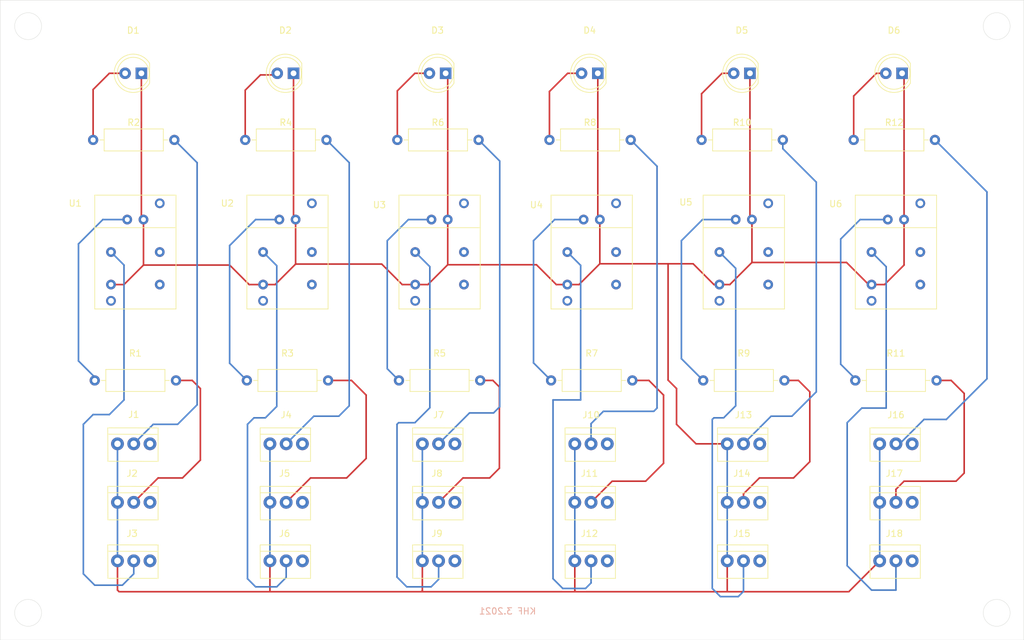
<source format=kicad_pcb>
(kicad_pcb (version 20221018) (generator pcbnew)
  (layers (0 "F.Cu" signal) (31 "B.Cu" signal) (34 "B.Paste" user) (35 "F.Paste" user) (36 "B.SilkS" user "B.Silkscreen") (37 "F.SilkS" user "F.Silkscreen") (38 "B.Mask" user) (39 "F.Mask" user) (44 "Edge.Cuts" user))
  (net 0 "")
  (net 1 "Net-(D1-Pad2)")
  (net 2 "Net-(D1-Pad1)")
  (net 3 "Net-(D2-Pad2)")
  (net 4 "Net-(D3-Pad2)")
  (net 5 "Net-(D4-Pad2)")
  (net 6 "Net-(D5-Pad2)")
  (net 7 "Net-(D6-Pad2)")
  (net 8 "Net-(J1-Pad3)")
  (net 9 "Net-(J1-Pad2)")
  (net 10 "Net-(J2-Pad3)")
  (net 11 "Net-(J2-Pad2)")
  (net 12 "Net-(J3-Pad3)")
  (net 13 "Net-(J3-Pad2)")
  (net 14 "Net-(J4-Pad2)")
  (net 15 "Net-(J4-Pad3)")
  (net 16 "Net-(J5-Pad2)")
  (net 17 "Net-(J5-Pad3)")
  (net 18 "Net-(J6-Pad3)")
  (net 19 "Net-(J6-Pad2)")
  (net 20 "Net-(J7-Pad3)")
  (net 21 "Net-(J7-Pad2)")
  (net 22 "Net-(J8-Pad3)")
  (net 23 "Net-(J8-Pad2)")
  (net 24 "Net-(J9-Pad2)")
  (net 25 "Net-(J9-Pad3)")
  (net 26 "Net-(J10-Pad2)")
  (net 27 "Net-(J10-Pad3)")
  (net 28 "Net-(J11-Pad2)")
  (net 29 "Net-(J11-Pad3)")
  (net 30 "Net-(J12-Pad3)")
  (net 31 "Net-(J12-Pad2)")
  (net 32 "Net-(J13-Pad3)")
  (net 33 "Net-(J13-Pad2)")
  (net 34 "Net-(J14-Pad2)")
  (net 35 "Net-(J14-Pad3)")
  (net 36 "Net-(J15-Pad2)")
  (net 37 "Net-(J15-Pad3)")
  (net 38 "Net-(J16-Pad2)")
  (net 39 "Net-(J16-Pad3)")
  (net 40 "Net-(J17-Pad2)")
  (net 41 "Net-(J17-Pad3)")
  (net 42 "Net-(J18-Pad3)")
  (net 43 "Net-(J18-Pad2)")
  (net 44 "Net-(R1-Pad1)")
  (net 45 "Net-(R3-Pad1)")
  (net 46 "Net-(R5-Pad1)")
  (net 47 "Net-(R7-Pad1)")
  (net 48 "Net-(R9-Pad1)")
  (net 49 "Net-(R11-Pad1)")
  (net 50 "Net-(U1-Pad4)")
  (net 51 "Net-(U1-Pad6)")
  (net 52 "Net-(U2-Pad6)")
  (net 53 "Net-(U2-Pad4)")
  (net 54 "Net-(U3-Pad4)")
  (net 55 "Net-(U3-Pad6)")
  (net 56 "Net-(U4-Pad6)")
  (net 57 "Net-(U4-Pad4)")
  (net 58 "Net-(U5-Pad4)")
  (net 59 "Net-(U5-Pad6)")
  (net 60 "Net-(U6-Pad6)")
  (net 61 "Net-(U6-Pad4)")
  (footprint "LED_THT:LED_D5.0mm" (layer "F.Cu") (at 122.098571 57.912 180)
    (fp_text reference "D1" (at 1.27 6.708) (layer "F.SilkS"))
    (fp_text value "LED")
    (pad "1" thru_hole rect (at 0 0 180) (size 1.8 1.8) (drill 0.9) (layers "*.Cu" "*.Mask") (net 2 "Net-(D1-Pad1)"))
    (pad "2" thru_hole circle (at 2.54 0 180) (size 1.8 1.8) (drill 0.9) (layers "*.Cu" "*.Mask") (net 1 "Net-(D1-Pad2)"))
  )
  (footprint "LED_THT:LED_D5.0mm" (layer "F.Cu") (at 145.877142 57.912 180)
    (fp_text reference "D2" (at 1.27 6.708) (layer "F.SilkS"))
    (fp_text value "LED")
    (pad "1" thru_hole rect (at 0 0 180) (size 1.8 1.8) (drill 0.9) (layers "*.Cu" "*.Mask") (net 2 "Net-(D1-Pad1)"))
    (pad "2" thru_hole circle (at 2.54 0 180) (size 1.8 1.8) (drill 0.9) (layers "*.Cu" "*.Mask") (net 3 "Net-(D2-Pad2)"))
  )
  (footprint "LED_THT:LED_D5.0mm" (layer "F.Cu") (at 169.655713 57.912 180)
    (fp_text reference "D3" (at 1.27 6.708) (layer "F.SilkS"))
    (fp_text value "LED")
    (pad "1" thru_hole rect (at 0 0 180) (size 1.8 1.8) (drill 0.9) (layers "*.Cu" "*.Mask") (net 2 "Net-(D1-Pad1)"))
    (pad "2" thru_hole circle (at 2.54 0 180) (size 1.8 1.8) (drill 0.9) (layers "*.Cu" "*.Mask") (net 4 "Net-(D3-Pad2)"))
  )
  (footprint "LED_THT:LED_D5.0mm" (layer "F.Cu") (at 193.434284 57.912 180)
    (fp_text reference "D4" (at 1.27 6.708) (layer "F.SilkS"))
    (fp_text value "LED")
    (pad "1" thru_hole rect (at 0 0 180) (size 1.8 1.8) (drill 0.9) (layers "*.Cu" "*.Mask") (net 2 "Net-(D1-Pad1)"))
    (pad "2" thru_hole circle (at 2.54 0 180) (size 1.8 1.8) (drill 0.9) (layers "*.Cu" "*.Mask") (net 5 "Net-(D4-Pad2)"))
  )
  (footprint "LED_THT:LED_D5.0mm" (layer "F.Cu") (at 217.212855 57.912 180)
    (fp_text reference "D5" (at 1.27 6.708) (layer "F.SilkS"))
    (fp_text value "LED")
    (pad "1" thru_hole rect (at 0 0 180) (size 1.8 1.8) (drill 0.9) (layers "*.Cu" "*.Mask") (net 2 "Net-(D1-Pad1)"))
    (pad "2" thru_hole circle (at 2.54 0 180) (size 1.8 1.8) (drill 0.9) (layers "*.Cu" "*.Mask") (net 6 "Net-(D5-Pad2)"))
  )
  (footprint "LED_THT:LED_D5.0mm" (layer "F.Cu") (at 240.991426 57.912 180)
    (fp_text reference "D6" (at 1.27 6.708) (layer "F.SilkS"))
    (fp_text value "LED")
    (pad "1" thru_hole rect (at 0 0 180) (size 1.8 1.8) (drill 0.9) (layers "*.Cu" "*.Mask") (net 2 "Net-(D1-Pad1)"))
    (pad "2" thru_hole circle (at 2.54 0 180) (size 1.8 1.8) (drill 0.9) (layers "*.Cu" "*.Mask") (net 7 "Net-(D6-Pad2)"))
  )
  (footprint "!Goody:PL-Stecker3pol" (layer "F.Cu") (at 118.364 115.824)
    (fp_text reference "J1" (at 2.54 -4.572) (layer "F.SilkS"))
    (fp_text value "PL-Stecker_3pol" hide)
    (pad "1" thru_hole circle (at 0 0) (size 2 2) (drill 1) (layers "*.Cu" "*.Mask") (net 2 "Net-(D1-Pad1)"))
    (pad "2" thru_hole circle (at 2.54 0) (size 2 2) (drill 1) (layers "*.Cu" "*.Mask") (net 9 "Net-(J1-Pad2)"))
    (pad "3" thru_hole circle (at 5.08 0) (size 2 2) (drill 1) (layers "*.Cu" "*.Mask") (net 8 "Net-(J1-Pad3)"))
  )
  (footprint "!Goody:PL-Stecker3pol" (layer "F.Cu") (at 118.364 124.968)
    (fp_text reference "J2" (at 2.286 -4.516) (layer "F.SilkS"))
    (fp_text value "PL-Stecker_3pol" hide)
    (pad "1" thru_hole circle (at 0 0) (size 2 2) (drill 1) (layers "*.Cu" "*.Mask") (net 2 "Net-(D1-Pad1)"))
    (pad "2" thru_hole circle (at 2.54 0) (size 2 2) (drill 1) (layers "*.Cu" "*.Mask") (net 11 "Net-(J2-Pad2)"))
    (pad "3" thru_hole circle (at 5.08 0) (size 2 2) (drill 1) (layers "*.Cu" "*.Mask") (net 10 "Net-(J2-Pad3)"))
  )
  (footprint "!Goody:PL-Stecker3pol" (layer "F.Cu") (at 118.364 134.112)
    (fp_text reference "J3" (at 2.286 -4.262) (layer "F.SilkS"))
    (fp_text value "PL-Stecker_3pol" hide)
    (pad "1" thru_hole circle (at 0 0) (size 2 2) (drill 1) (layers "*.Cu" "*.Mask") (net 2 "Net-(D1-Pad1)"))
    (pad "2" thru_hole circle (at 2.54 0) (size 2 2) (drill 1) (layers "*.Cu" "*.Mask") (net 13 "Net-(J3-Pad2)"))
    (pad "3" thru_hole circle (at 5.08 0) (size 2 2) (drill 1) (layers "*.Cu" "*.Mask") (net 12 "Net-(J3-Pad3)"))
  )
  (footprint "!Goody:PL-Stecker3pol" (layer "F.Cu") (at 142.1892 115.824)
    (fp_text reference "J4" (at 2.54 -4.516) (layer "F.SilkS"))
    (fp_text value "PL-Stecker_3pol" hide)
    (pad "1" thru_hole circle (at 0 0) (size 2 2) (drill 1) (layers "*.Cu" "*.Mask") (net 2 "Net-(D1-Pad1)"))
    (pad "2" thru_hole circle (at 2.54 0) (size 2 2) (drill 1) (layers "*.Cu" "*.Mask") (net 14 "Net-(J4-Pad2)"))
    (pad "3" thru_hole circle (at 5.08 0) (size 2 2) (drill 1) (layers "*.Cu" "*.Mask") (net 15 "Net-(J4-Pad3)"))
  )
  (footprint "!Goody:PL-Stecker3pol" (layer "F.Cu") (at 142.1892 124.968)
    (fp_text reference "J5" (at 2.286 -4.516) (layer "F.SilkS"))
    (fp_text value "PL-Stecker_3pol" hide)
    (pad "1" thru_hole circle (at 0 0) (size 2 2) (drill 1) (layers "*.Cu" "*.Mask") (net 2 "Net-(D1-Pad1)"))
    (pad "2" thru_hole circle (at 2.54 0) (size 2 2) (drill 1) (layers "*.Cu" "*.Mask") (net 16 "Net-(J5-Pad2)"))
    (pad "3" thru_hole circle (at 5.08 0) (size 2 2) (drill 1) (layers "*.Cu" "*.Mask") (net 17 "Net-(J5-Pad3)"))
  )
  (footprint "!Goody:PL-Stecker3pol" (layer "F.Cu") (at 142.1892 134.112)
    (fp_text reference "J6" (at 2.286 -4.262) (layer "F.SilkS"))
    (fp_text value "PL-Stecker_3pol" hide)
    (pad "1" thru_hole circle (at 0 0) (size 2 2) (drill 1) (layers "*.Cu" "*.Mask") (net 2 "Net-(D1-Pad1)"))
    (pad "2" thru_hole circle (at 2.54 0) (size 2 2) (drill 1) (layers "*.Cu" "*.Mask") (net 19 "Net-(J6-Pad2)"))
    (pad "3" thru_hole circle (at 5.08 0) (size 2 2) (drill 1) (layers "*.Cu" "*.Mask") (net 18 "Net-(J6-Pad3)"))
  )
  (footprint "!Goody:PL-Stecker3pol" (layer "F.Cu") (at 166.0144 115.824)
    (fp_text reference "J7" (at 2.54 -4.516) (layer "F.SilkS"))
    (fp_text value "PL-Stecker_3pol" hide)
    (pad "1" thru_hole circle (at 0 0) (size 2 2) (drill 1) (layers "*.Cu" "*.Mask") (net 2 "Net-(D1-Pad1)"))
    (pad "2" thru_hole circle (at 2.54 0) (size 2 2) (drill 1) (layers "*.Cu" "*.Mask") (net 21 "Net-(J7-Pad2)"))
    (pad "3" thru_hole circle (at 5.08 0) (size 2 2) (drill 1) (layers "*.Cu" "*.Mask") (net 20 "Net-(J7-Pad3)"))
  )
  (footprint "!Goody:PL-Stecker3pol" (layer "F.Cu") (at 166.0144 124.968)
    (fp_text reference "J8" (at 2.286 -4.516) (layer "F.SilkS"))
    (fp_text value "PL-Stecker_3pol" hide)
    (pad "1" thru_hole circle (at 0 0) (size 2 2) (drill 1) (layers "*.Cu" "*.Mask") (net 2 "Net-(D1-Pad1)"))
    (pad "2" thru_hole circle (at 2.54 0) (size 2 2) (drill 1) (layers "*.Cu" "*.Mask") (net 23 "Net-(J8-Pad2)"))
    (pad "3" thru_hole circle (at 5.08 0) (size 2 2) (drill 1) (layers "*.Cu" "*.Mask") (net 22 "Net-(J8-Pad3)"))
  )
  (footprint "!Goody:PL-Stecker3pol" (layer "F.Cu") (at 166.0144 134.112)
    (fp_text reference "J9" (at 2.286 -4.262) (layer "F.SilkS"))
    (fp_text value "PL-Stecker_3pol" hide)
    (pad "1" thru_hole circle (at 0 0) (size 2 2) (drill 1) (layers "*.Cu" "*.Mask") (net 2 "Net-(D1-Pad1)"))
    (pad "2" thru_hole circle (at 2.54 0) (size 2 2) (drill 1) (layers "*.Cu" "*.Mask") (net 24 "Net-(J9-Pad2)"))
    (pad "3" thru_hole circle (at 5.08 0) (size 2 2) (drill 1) (layers "*.Cu" "*.Mask") (net 25 "Net-(J9-Pad3)"))
  )
  (footprint "!Goody:PL-Stecker3pol" (layer "F.Cu") (at 189.8396 115.824)
    (fp_text reference "J10" (at 2.54 -4.516) (layer "F.SilkS"))
    (fp_text value "PL-Stecker_3pol" hide)
    (pad "1" thru_hole circle (at 0 0) (size 2 2) (drill 1) (layers "*.Cu" "*.Mask") (net 2 "Net-(D1-Pad1)"))
    (pad "2" thru_hole circle (at 2.54 0) (size 2 2) (drill 1) (layers "*.Cu" "*.Mask") (net 26 "Net-(J10-Pad2)"))
    (pad "3" thru_hole circle (at 5.08 0) (size 2 2) (drill 1) (layers "*.Cu" "*.Mask") (net 27 "Net-(J10-Pad3)"))
  )
  (footprint "!Goody:PL-Stecker3pol" (layer "F.Cu") (at 189.8396 124.968)
    (fp_text reference "J11" (at 2.286 -4.516) (layer "F.SilkS"))
    (fp_text value "PL-Stecker_3pol" hide)
    (pad "1" thru_hole circle (at 0 0) (size 2 2) (drill 1) (layers "*.Cu" "*.Mask") (net 2 "Net-(D1-Pad1)"))
    (pad "2" thru_hole circle (at 2.54 0) (size 2 2) (drill 1) (layers "*.Cu" "*.Mask") (net 28 "Net-(J11-Pad2)"))
    (pad "3" thru_hole circle (at 5.08 0) (size 2 2) (drill 1) (layers "*.Cu" "*.Mask") (net 29 "Net-(J11-Pad3)"))
  )
  (footprint "!Goody:PL-Stecker3pol" (layer "F.Cu") (at 189.8396 134.112)
    (fp_text reference "J12" (at 2.286 -4.262) (layer "F.SilkS"))
    (fp_text value "PL-Stecker_3pol" hide)
    (pad "1" thru_hole circle (at 0 0) (size 2 2) (drill 1) (layers "*.Cu" "*.Mask") (net 2 "Net-(D1-Pad1)"))
    (pad "2" thru_hole circle (at 2.54 0) (size 2 2) (drill 1) (layers "*.Cu" "*.Mask") (net 31 "Net-(J12-Pad2)"))
    (pad "3" thru_hole circle (at 5.08 0) (size 2 2) (drill 1) (layers "*.Cu" "*.Mask") (net 30 "Net-(J12-Pad3)"))
  )
  (footprint "!Goody:PL-Stecker3pol" (layer "F.Cu") (at 213.6648 115.824)
    (fp_text reference "J13" (at 2.54 -4.516) (layer "F.SilkS"))
    (fp_text value "PL-Stecker_3pol" hide)
    (pad "1" thru_hole circle (at 0 0) (size 2 2) (drill 1) (layers "*.Cu" "*.Mask") (net 2 "Net-(D1-Pad1)"))
    (pad "2" thru_hole circle (at 2.54 0) (size 2 2) (drill 1) (layers "*.Cu" "*.Mask") (net 33 "Net-(J13-Pad2)"))
    (pad "3" thru_hole circle (at 5.08 0) (size 2 2) (drill 1) (layers "*.Cu" "*.Mask") (net 32 "Net-(J13-Pad3)"))
  )
  (footprint "!Goody:PL-Stecker3pol" (layer "F.Cu") (at 213.6648 124.968)
    (fp_text reference "J14" (at 2.286 -4.516) (layer "F.SilkS"))
    (fp_text value "PL-Stecker_3pol" hide)
    (pad "1" thru_hole circle (at 0 0) (size 2 2) (drill 1) (layers "*.Cu" "*.Mask") (net 2 "Net-(D1-Pad1)"))
    (pad "2" thru_hole circle (at 2.54 0) (size 2 2) (drill 1) (layers "*.Cu" "*.Mask") (net 34 "Net-(J14-Pad2)"))
    (pad "3" thru_hole circle (at 5.08 0) (size 2 2) (drill 1) (layers "*.Cu" "*.Mask") (net 35 "Net-(J14-Pad3)"))
  )
  (footprint "!Goody:PL-Stecker3pol" (layer "F.Cu") (at 213.6648 134.112)
    (fp_text reference "J15" (at 2.286 -4.262) (layer "F.SilkS"))
    (fp_text value "PL-Stecker_3pol" hide)
    (pad "1" thru_hole circle (at 0 0) (size 2 2) (drill 1) (layers "*.Cu" "*.Mask") (net 2 "Net-(D1-Pad1)"))
    (pad "2" thru_hole circle (at 2.54 0) (size 2 2) (drill 1) (layers "*.Cu" "*.Mask") (net 36 "Net-(J15-Pad2)"))
    (pad "3" thru_hole circle (at 5.08 0) (size 2 2) (drill 1) (layers "*.Cu" "*.Mask") (net 37 "Net-(J15-Pad3)"))
  )
  (footprint "!Goody:PL-Stecker3pol" (layer "F.Cu") (at 237.49 115.824)
    (fp_text reference "J16" (at 2.54 -4.516) (layer "F.SilkS"))
    (fp_text value "PL-Stecker_3pol" hide)
    (pad "1" thru_hole circle (at 0 0) (size 2 2) (drill 1) (layers "*.Cu" "*.Mask") (net 2 "Net-(D1-Pad1)"))
    (pad "2" thru_hole circle (at 2.54 0) (size 2 2) (drill 1) (layers "*.Cu" "*.Mask") (net 38 "Net-(J16-Pad2)"))
    (pad "3" thru_hole circle (at 5.08 0) (size 2 2) (drill 1) (layers "*.Cu" "*.Mask") (net 39 "Net-(J16-Pad3)"))
  )
  (footprint "!Goody:PL-Stecker3pol" (layer "F.Cu") (at 237.49 124.968)
    (fp_text reference "J17" (at 2.286 -4.516) (layer "F.SilkS"))
    (fp_text value "PL-Stecker_3pol" hide)
    (pad "1" thru_hole circle (at 0 0) (size 2 2) (drill 1) (layers "*.Cu" "*.Mask") (net 2 "Net-(D1-Pad1)"))
    (pad "2" thru_hole circle (at 2.54 0) (size 2 2) (drill 1) (layers "*.Cu" "*.Mask") (net 40 "Net-(J17-Pad2)"))
    (pad "3" thru_hole circle (at 5.08 0) (size 2 2) (drill 1) (layers "*.Cu" "*.Mask") (net 41 "Net-(J17-Pad3)"))
  )
  (footprint "!Goody:PL-Stecker3pol" (layer "F.Cu") (at 237.49 134.112)
    (fp_text reference "J18" (at 2.286 -4.262) (layer "F.SilkS"))
    (fp_text value "PL-Stecker_3pol" hide)
    (pad "1" thru_hole circle (at 0 0) (size 2 2) (drill 1) (layers "*.Cu" "*.Mask") (net 2 "Net-(D1-Pad1)"))
    (pad "2" thru_hole circle (at 2.54 0) (size 2 2) (drill 1) (layers "*.Cu" "*.Mask") (net 43 "Net-(J18-Pad2)"))
    (pad "3" thru_hole circle (at 5.08 0) (size 2 2) (drill 1) (layers "*.Cu" "*.Mask") (net 42 "Net-(J18-Pad3)"))
  )
  (footprint "Resistor_THT:R_Axial_DIN0309_L9.0mm_D3.2mm_P12.70mm_Horizontal" (layer "F.Cu") (at 114.808 105.918)
    (fp_text reference "R1" (at 6.35 -4.244) (layer "F.SilkS"))
    (fp_text value "R")
    (pad "1" thru_hole circle (at 0 0) (size 1.6 1.6) (drill 0.8) (layers "*.Cu" "*.Mask") (net 44 "Net-(R1-Pad1)"))
    (pad "2" thru_hole oval (at 12.7 0) (size 1.6 1.6) (drill 0.8) (layers "*.Cu" "*.Mask") (net 11 "Net-(J2-Pad2)"))
  )
  (footprint "Resistor_THT:R_Axial_DIN0309_L9.0mm_D3.2mm_P12.70mm_Horizontal" (layer "F.Cu") (at 114.554 68.326)
    (fp_text reference "R2" (at 6.35 -2.72) (layer "F.SilkS"))
    (fp_text value "R")
    (pad "1" thru_hole circle (at 0 0) (size 1.6 1.6) (drill 0.8) (layers "*.Cu" "*.Mask") (net 1 "Net-(D1-Pad2)"))
    (pad "2" thru_hole oval (at 12.7 0) (size 1.6 1.6) (drill 0.8) (layers "*.Cu" "*.Mask") (net 9 "Net-(J1-Pad2)"))
  )
  (footprint "Resistor_THT:R_Axial_DIN0309_L9.0mm_D3.2mm_P12.70mm_Horizontal" (layer "F.Cu") (at 138.5824 105.918)
    (fp_text reference "R3" (at 6.35 -4.244) (layer "F.SilkS"))
    (fp_text value "R")
    (pad "1" thru_hole circle (at 0 0) (size 1.6 1.6) (drill 0.8) (layers "*.Cu" "*.Mask") (net 45 "Net-(R3-Pad1)"))
    (pad "2" thru_hole oval (at 12.7 0) (size 1.6 1.6) (drill 0.8) (layers "*.Cu" "*.Mask") (net 16 "Net-(J5-Pad2)"))
  )
  (footprint "Resistor_THT:R_Axial_DIN0309_L9.0mm_D3.2mm_P12.70mm_Horizontal" (layer "F.Cu") (at 138.3284 68.326)
    (fp_text reference "R4" (at 6.35 -2.72) (layer "F.SilkS"))
    (fp_text value "R")
    (pad "1" thru_hole circle (at 0 0) (size 1.6 1.6) (drill 0.8) (layers "*.Cu" "*.Mask") (net 3 "Net-(D2-Pad2)"))
    (pad "2" thru_hole oval (at 12.7 0) (size 1.6 1.6) (drill 0.8) (layers "*.Cu" "*.Mask") (net 14 "Net-(J4-Pad2)"))
  )
  (footprint "Resistor_THT:R_Axial_DIN0309_L9.0mm_D3.2mm_P12.70mm_Horizontal" (layer "F.Cu") (at 162.3568 105.918)
    (fp_text reference "R5" (at 6.35 -4.244) (layer "F.SilkS"))
    (fp_text value "R")
    (pad "1" thru_hole circle (at 0 0) (size 1.6 1.6) (drill 0.8) (layers "*.Cu" "*.Mask") (net 46 "Net-(R5-Pad1)"))
    (pad "2" thru_hole oval (at 12.7 0) (size 1.6 1.6) (drill 0.8) (layers "*.Cu" "*.Mask") (net 23 "Net-(J8-Pad2)"))
  )
  (footprint "Resistor_THT:R_Axial_DIN0309_L9.0mm_D3.2mm_P12.70mm_Horizontal" (layer "F.Cu") (at 162.1028 68.326)
    (fp_text reference "R6" (at 6.35 -2.72) (layer "F.SilkS"))
    (fp_text value "R")
    (pad "1" thru_hole circle (at 0 0) (size 1.6 1.6) (drill 0.8) (layers "*.Cu" "*.Mask") (net 4 "Net-(D3-Pad2)"))
    (pad "2" thru_hole oval (at 12.7 0) (size 1.6 1.6) (drill 0.8) (layers "*.Cu" "*.Mask") (net 21 "Net-(J7-Pad2)"))
  )
  (footprint "Resistor_THT:R_Axial_DIN0309_L9.0mm_D3.2mm_P12.70mm_Horizontal" (layer "F.Cu") (at 186.1312 105.918)
    (fp_text reference "R7" (at 6.35 -4.244) (layer "F.SilkS"))
    (fp_text value "R")
    (pad "1" thru_hole circle (at 0 0) (size 1.6 1.6) (drill 0.8) (layers "*.Cu" "*.Mask") (net 47 "Net-(R7-Pad1)"))
    (pad "2" thru_hole oval (at 12.7 0) (size 1.6 1.6) (drill 0.8) (layers "*.Cu" "*.Mask") (net 28 "Net-(J11-Pad2)"))
  )
  (footprint "Resistor_THT:R_Axial_DIN0309_L9.0mm_D3.2mm_P12.70mm_Horizontal" (layer "F.Cu") (at 185.8772 68.326)
    (fp_text reference "R8" (at 6.35 -2.72) (layer "F.SilkS"))
    (fp_text value "R")
    (pad "1" thru_hole circle (at 0 0) (size 1.6 1.6) (drill 0.8) (layers "*.Cu" "*.Mask") (net 5 "Net-(D4-Pad2)"))
    (pad "2" thru_hole oval (at 12.7 0) (size 1.6 1.6) (drill 0.8) (layers "*.Cu" "*.Mask") (net 26 "Net-(J10-Pad2)"))
  )
  (footprint "Resistor_THT:R_Axial_DIN0309_L9.0mm_D3.2mm_P12.70mm_Horizontal" (layer "F.Cu") (at 209.9056 105.918)
    (fp_text reference "R9" (at 6.35 -4.244) (layer "F.SilkS"))
    (fp_text value "R")
    (pad "1" thru_hole circle (at 0 0) (size 1.6 1.6) (drill 0.8) (layers "*.Cu" "*.Mask") (net 48 "Net-(R9-Pad1)"))
    (pad "2" thru_hole oval (at 12.7 0) (size 1.6 1.6) (drill 0.8) (layers "*.Cu" "*.Mask") (net 34 "Net-(J14-Pad2)"))
  )
  (footprint "Resistor_THT:R_Axial_DIN0309_L9.0mm_D3.2mm_P12.70mm_Horizontal" (layer "F.Cu") (at 209.6516 68.326)
    (fp_text reference "R10" (at 6.35 -2.72) (layer "F.SilkS"))
    (fp_text value "R")
    (pad "1" thru_hole circle (at 0 0) (size 1.6 1.6) (drill 0.8) (layers "*.Cu" "*.Mask") (net 6 "Net-(D5-Pad2)"))
    (pad "2" thru_hole oval (at 12.7 0) (size 1.6 1.6) (drill 0.8) (layers "*.Cu" "*.Mask") (net 33 "Net-(J13-Pad2)"))
  )
  (footprint "Resistor_THT:R_Axial_DIN0309_L9.0mm_D3.2mm_P12.70mm_Horizontal" (layer "F.Cu") (at 233.68 105.918)
    (fp_text reference "R11" (at 6.35 -4.244) (layer "F.SilkS"))
    (fp_text value "R")
    (pad "1" thru_hole circle (at 0 0) (size 1.6 1.6) (drill 0.8) (layers "*.Cu" "*.Mask") (net 49 "Net-(R11-Pad1)"))
    (pad "2" thru_hole oval (at 12.7 0) (size 1.6 1.6) (drill 0.8) (layers "*.Cu" "*.Mask") (net 40 "Net-(J17-Pad2)"))
  )
  (footprint "Resistor_THT:R_Axial_DIN0309_L9.0mm_D3.2mm_P12.70mm_Horizontal" (layer "F.Cu") (at 233.426 68.326)
    (fp_text reference "R12" (at 6.35 -2.72) (layer "F.SilkS"))
    (fp_text value "R")
    (pad "1" thru_hole circle (at 0 0) (size 1.6 1.6) (drill 0.8) (layers "*.Cu" "*.Mask") (net 7 "Net-(D6-Pad2)"))
    (pad "2" thru_hole oval (at 12.7 0) (size 1.6 1.6) (drill 0.8) (layers "*.Cu" "*.Mask") (net 38 "Net-(J16-Pad2)"))
  )
  (footprint "!Goody:LED-Taster" (layer "F.Cu") (at 122.428 78.232)
    (fp_text reference "U1" (at -10.668 0) (layer "F.SilkS"))
    (fp_text value "LED-Taster")
    (pad "1" thru_hole circle (at -2.54 2.54) (size 1.524 1.524) (drill 0.762) (layers "*.Cu" "*.Mask") (net 44 "Net-(R1-Pad1)"))
    (pad "2" thru_hole circle (at 0 2.54) (size 1.524 1.524) (drill 0.762) (layers "*.Cu" "*.Mask") (net 2 "Net-(D1-Pad1)"))
    (pad "3" thru_hole circle (at -5.08 7.62) (size 1.524 1.524) (drill 0.762) (layers "*.Cu" "*.Mask") (net 13 "Net-(J3-Pad2)"))
    (pad "4" thru_hole circle (at 2.54 7.62) (size 1.524 1.524) (drill 0.762) (layers "*.Cu" "*.Mask") (net 50 "Net-(U1-Pad4)"))
    (pad "5" thru_hole circle (at -5.08 12.7) (size 1.524 1.524) (drill 0.762) (layers "*.Cu" "*.Mask") (net 2 "Net-(D1-Pad1)"))
    (pad "6" thru_hole circle (at 2.54 12.7) (size 1.524 1.524) (drill 0.762) (layers "*.Cu" "*.Mask") (net 51 "Net-(U1-Pad6)"))
    (pad "7" thru_hole circle (at -5.08 15.24) (size 1.524 1.524) (drill 0.9) (layers "*.Cu" "*.Mask"))
    (pad "8" thru_hole circle (at 2.54 0) (size 1.524 1.524) (drill 0.9) (layers "*.Cu" "*.Mask"))
  )
  (footprint "!Goody:LED-Taster" (layer "F.Cu") (at 146.2024 78.232)
    (fp_text reference "U2" (at -10.668 0) (layer "F.SilkS"))
    (fp_text value "LED-Taster")
    (pad "1" thru_hole circle (at -2.54 2.54) (size 1.524 1.524) (drill 0.762) (layers "*.Cu" "*.Mask") (net 45 "Net-(R3-Pad1)"))
    (pad "2" thru_hole circle (at 0 2.54) (size 1.524 1.524) (drill 0.762) (layers "*.Cu" "*.Mask") (net 2 "Net-(D1-Pad1)"))
    (pad "3" thru_hole circle (at -5.08 7.62) (size 1.524 1.524) (drill 0.762) (layers "*.Cu" "*.Mask") (net 19 "Net-(J6-Pad2)"))
    (pad "4" thru_hole circle (at 2.54 7.62) (size 1.524 1.524) (drill 0.762) (layers "*.Cu" "*.Mask") (net 53 "Net-(U2-Pad4)"))
    (pad "5" thru_hole circle (at -5.08 12.7) (size 1.524 1.524) (drill 0.762) (layers "*.Cu" "*.Mask") (net 2 "Net-(D1-Pad1)"))
    (pad "6" thru_hole circle (at 2.54 12.7) (size 1.524 1.524) (drill 0.762) (layers "*.Cu" "*.Mask") (net 52 "Net-(U2-Pad6)"))
    (pad "7" thru_hole circle (at -5.08 15.24) (size 1.524 1.524) (drill 0.9) (layers "*.Cu" "*.Mask"))
    (pad "8" thru_hole circle (at 2.54 0) (size 1.524 1.524) (drill 0.9) (layers "*.Cu" "*.Mask"))
  )
  (footprint "!Goody:LED-Taster" (layer "F.Cu") (at 169.9768 78.232)
    (fp_text reference "U3" (at -10.668 0.254) (layer "F.SilkS"))
    (fp_text value "LED-Taster")
    (pad "1" thru_hole circle (at -2.54 2.54) (size 1.524 1.524) (drill 0.762) (layers "*.Cu" "*.Mask") (net 46 "Net-(R5-Pad1)"))
    (pad "2" thru_hole circle (at 0 2.54) (size 1.524 1.524) (drill 0.762) (layers "*.Cu" "*.Mask") (net 2 "Net-(D1-Pad1)"))
    (pad "3" thru_hole circle (at -5.08 7.62) (size 1.524 1.524) (drill 0.762) (layers "*.Cu" "*.Mask") (net 24 "Net-(J9-Pad2)"))
    (pad "4" thru_hole circle (at 2.54 7.62) (size 1.524 1.524) (drill 0.762) (layers "*.Cu" "*.Mask") (net 54 "Net-(U3-Pad4)"))
    (pad "5" thru_hole circle (at -5.08 12.7) (size 1.524 1.524) (drill 0.762) (layers "*.Cu" "*.Mask") (net 2 "Net-(D1-Pad1)"))
    (pad "6" thru_hole circle (at 2.54 12.7) (size 1.524 1.524) (drill 0.762) (layers "*.Cu" "*.Mask") (net 55 "Net-(U3-Pad6)"))
    (pad "7" thru_hole circle (at -5.08 15.24) (size 1.524 1.524) (drill 0.9) (layers "*.Cu" "*.Mask"))
    (pad "8" thru_hole circle (at 2.54 0) (size 1.524 1.524) (drill 0.9) (layers "*.Cu" "*.Mask"))
  )
  (footprint "!Goody:LED-Taster" (layer "F.Cu") (at 193.7512 78.232)
    (fp_text reference "U4" (at -9.906 0.254) (layer "F.SilkS"))
    (fp_text value "LED-Taster")
    (pad "1" thru_hole circle (at -2.54 2.54) (size 1.524 1.524) (drill 0.762) (layers "*.Cu" "*.Mask") (net 47 "Net-(R7-Pad1)"))
    (pad "2" thru_hole circle (at 0 2.54) (size 1.524 1.524) (drill 0.762) (layers "*.Cu" "*.Mask") (net 2 "Net-(D1-Pad1)"))
    (pad "3" thru_hole circle (at -5.08 7.62) (size 1.524 1.524) (drill 0.762) (layers "*.Cu" "*.Mask") (net 31 "Net-(J12-Pad2)"))
    (pad "4" thru_hole circle (at 2.54 7.62) (size 1.524 1.524) (drill 0.762) (layers "*.Cu" "*.Mask") (net 57 "Net-(U4-Pad4)"))
    (pad "5" thru_hole circle (at -5.08 12.7) (size 1.524 1.524) (drill 0.762) (layers "*.Cu" "*.Mask") (net 2 "Net-(D1-Pad1)"))
    (pad "6" thru_hole circle (at 2.54 12.7) (size 1.524 1.524) (drill 0.762) (layers "*.Cu" "*.Mask") (net 56 "Net-(U4-Pad6)"))
    (pad "7" thru_hole circle (at -5.08 15.24) (size 1.524 1.524) (drill 0.9) (layers "*.Cu" "*.Mask"))
    (pad "8" thru_hole circle (at 2.54 0) (size 1.524 1.524) (drill 0.9) (layers "*.Cu" "*.Mask"))
  )
  (footprint "!Goody:LED-Taster" (layer "F.Cu") (at 217.5256 78.232)
    (fp_text reference "U5" (at -10.324001 -0.164001) (layer "F.SilkS"))
    (fp_text value "LED-Taster")
    (pad "1" thru_hole circle (at -2.54 2.54) (size 1.524 1.524) (drill 0.762) (layers "*.Cu" "*.Mask") (net 48 "Net-(R9-Pad1)"))
    (pad "2" thru_hole circle (at 0 2.54) (size 1.524 1.524) (drill 0.762) (layers "*.Cu" "*.Mask") (net 2 "Net-(D1-Pad1)"))
    (pad "3" thru_hole circle (at -5.08 7.62) (size 1.524 1.524) (drill 0.762) (layers "*.Cu" "*.Mask") (net 36 "Net-(J15-Pad2)"))
    (pad "4" thru_hole circle (at 2.54 7.62) (size 1.524 1.524) (drill 0.762) (layers "*.Cu" "*.Mask") (net 58 "Net-(U5-Pad4)"))
    (pad "5" thru_hole circle (at -5.08 12.7) (size 1.524 1.524) (drill 0.762) (layers "*.Cu" "*.Mask") (net 2 "Net-(D1-Pad1)"))
    (pad "6" thru_hole circle (at 2.54 12.7) (size 1.524 1.524) (drill 0.762) (layers "*.Cu" "*.Mask") (net 59 "Net-(U5-Pad6)"))
    (pad "7" thru_hole circle (at -5.08 15.24) (size 1.524 1.524) (drill 0.9) (layers "*.Cu" "*.Mask"))
    (pad "8" thru_hole circle (at 2.54 0) (size 1.524 1.524) (drill 0.9) (layers "*.Cu" "*.Mask"))
  )
  (footprint "!Goody:LED-Taster" (layer "F.Cu") (at 241.3 78.232)
    (fp_text reference "U6" (at -10.682001 0.089999) (layer "F.SilkS"))
    (fp_text value "LED-Taster")
    (pad "1" thru_hole circle (at -2.54 2.54) (size 1.524 1.524) (drill 0.762) (layers "*.Cu" "*.Mask") (net 49 "Net-(R11-Pad1)"))
    (pad "2" thru_hole circle (at 0 2.54) (size 1.524 1.524) (drill 0.762) (layers "*.Cu" "*.Mask") (net 2 "Net-(D1-Pad1)"))
    (pad "3" thru_hole circle (at -5.08 7.62) (size 1.524 1.524) (drill 0.762) (layers "*.Cu" "*.Mask") (net 43 "Net-(J18-Pad2)"))
    (pad "4" thru_hole circle (at 2.54 7.62) (size 1.524 1.524) (drill 0.762) (layers "*.Cu" "*.Mask") (net 61 "Net-(U6-Pad4)"))
    (pad "5" thru_hole circle (at -5.08 12.7) (size 1.524 1.524) (drill 0.762) (layers "*.Cu" "*.Mask") (net 2 "Net-(D1-Pad1)"))
    (pad "6" thru_hole circle (at 2.54 12.7) (size 1.524 1.524) (drill 0.762) (layers "*.Cu" "*.Mask") (net 60 "Net-(U6-Pad6)"))
    (pad "7" thru_hole circle (at -5.08 15.24) (size 1.524 1.524) (drill 0.9) (layers "*.Cu" "*.Mask"))
    (pad "8" thru_hole circle (at 2.54 0) (size 1.524 1.524) (drill 0.9) (layers "*.Cu" "*.Mask"))
  )
  (gr_line (start 100.026 146.482) (end 260.026 146.482) (stroke (width 0.05)) (layer "Edge.Cuts"))
  (gr_circle (center 104.394 142.24) (end 106.494 142.24) (stroke (width 0.05)) (fill none) (layer "Edge.Cuts"))
  (gr_line (start 260.026 46.482) (end 260.026 146.482) (stroke (width 0.05)) (layer "Edge.Cuts"))
  (gr_circle (center 104.394 50.546) (end 106.494 50.546) (stroke (width 0.05)) (fill none) (layer "Edge.Cuts"))
  (gr_circle (center 255.778 142.24) (end 257.878 142.24) (stroke (width 0.05)) (fill none) (layer "Edge.Cuts"))
  (gr_line (start 100.026 46.482) (end 260.026 46.482) (stroke (width 0.05)) (layer "Edge.Cuts"))
  (gr_line (start 100.026 46.482) (end 100.026 146.482) (stroke (width 0.05)) (layer "Edge.Cuts"))
  (gr_circle (center 255.778 50.546) (end 257.878 50.546) (stroke (width 0.05)) (fill none) (layer "Edge.Cuts"))
  (gr_text "KHF 3.2021" (at 179.324 141.986) (layer "B.SilkS") (effects (font (size 1 1)) (justify mirror)))
  (segment (start 114.554 68.326) (end 114.554 60.452) (width 0.25) (layer "F.Cu") (net 1))
  (segment (start 117.094 57.912) (end 119.558571 57.912) (width 0.25) (layer "F.Cu") (net 1))
  (segment (start 114.554 60.452) (end 117.094 57.912) (width 0.25) (layer "F.Cu") (net 1))
  (segment (start 213.614 138.938) (end 232.664 138.938) (width 0.25) (layer "F.Cu") (net 2))
  (segment (start 204.4192 105.8672) (end 204.4192 87.6808) (width 0.25) (layer "F.Cu") (net 2))
  (segment (start 193.7512 80.772) (end 193.7512 87.6808) (width 0.25) (layer "F.Cu") (net 2))
  (segment (start 189.8396 138.7856) (end 189.992 138.938) (width 0.25) (layer "F.Cu") (net 2))
  (segment (start 122.098571 57.912) (end 122.098571 80.442571) (width 0.25) (layer "F.Cu") (net 2))
  (segment (start 217.5256 87.4776) (end 214.0712 90.932) (width 0.25) (layer "F.Cu") (net 2))
  (segment (start 232.3084 87.4776) (end 235.7628 90.932) (width 0.25) (layer "F.Cu") (net 2))
  (segment (start 217.212855 80.459255) (end 217.5256 80.772) (width 0.25) (layer "F.Cu") (net 2))
  (segment (start 118.364 134.112) (end 118.364 138.684) (width 0.25) (layer "F.Cu") (net 2))
  (segment (start 186.944 90.932) (end 188.6712 90.932) (width 0.25) (layer "F.Cu") (net 2))
  (segment (start 146.2024 80.772) (end 146.2024 87.7316) (width 0.25) (layer "F.Cu") (net 2))
  (segment (start 190.5 90.932) (end 188.6712 90.932) (width 0.25) (layer "F.Cu") (net 2))
  (segment (start 142.24 138.938) (end 165.862 138.938) (width 0.25) (layer "F.Cu") (net 2))
  (segment (start 241.3 80.772) (end 241.3 58.220574) (width 0.25) (layer "F.Cu") (net 2))
  (segment (start 238.252 90.932) (end 236.22 90.932) (width 0.25) (layer "F.Cu") (net 2))
  (segment (start 122.428 87.884) (end 119.38 90.932) (width 0.25) (layer "F.Cu") (net 2))
  (segment (start 189.8396 134.112) (end 189.8396 138.7856) (width 0.25) (layer "F.Cu") (net 2))
  (segment (start 213.6648 115.824) (end 208.788 115.824) (width 0.25) (layer "F.Cu") (net 2))
  (segment (start 204.4192 87.6808) (end 208.3308 87.6808) (width 0.25) (layer "F.Cu") (net 2))
  (segment (start 145.877142 80.446742) (end 146.2024 80.772) (width 0.25) (layer "F.Cu") (net 2))
  (segment (start 205.74 112.776) (end 205.74 107.188) (width 0.25) (layer "F.Cu") (net 2))
  (segment (start 145.877142 57.912) (end 145.877142 80.446742) (width 0.25) (layer "F.Cu") (net 2))
  (segment (start 166.0144 134.112) (end 166.0144 138.7856) (width 0.25) (layer "F.Cu") (net 2))
  (segment (start 118.364 138.684) (end 118.618 138.938) (width 0.25) (layer "F.Cu") (net 2))
  (segment (start 235.7628 90.932) (end 236.22 90.932) (width 0.25) (layer "F.Cu") (net 2))
  (segment (start 122.098571 80.442571) (end 122.428 80.772) (width 0.25) (layer "F.Cu") (net 2))
  (segment (start 169.9768 87.8332) (end 166.878 90.932) (width 0.25) (layer "F.Cu") (net 2))
  (segment (start 217.212855 57.912) (end 217.212855 80.459255) (width 0.25) (layer "F.Cu") (net 2))
  (segment (start 241.3 58.220574) (end 240.991426 57.912) (width 0.25) (layer "F.Cu") (net 2))
  (segment (start 208.788 115.824) (end 205.74 112.776) (width 0.25) (layer "F.Cu") (net 2))
  (segment (start 122.428 80.772) (end 122.428 87.884) (width 0.25) (layer "F.Cu") (net 2))
  (segment (start 162.8648 90.932) (end 164.8968 90.932) (width 0.25) (layer "F.Cu") (net 2))
  (segment (start 213.6648 134.112) (end 213.6648 138.8872) (width 0.25) (layer "F.Cu") (net 2))
  (segment (start 193.7512 87.6808) (end 190.5 90.932) (width 0.25) (layer "F.Cu") (net 2))
  (segment (start 213.6648 138.8872) (end 213.614 138.938) (width 0.25) (layer "F.Cu") (net 2))
  (segment (start 193.434284 80.455084) (end 193.7512 80.772) (width 0.25) (layer "F.Cu") (net 2))
  (segment (start 214.0712 90.932) (end 212.4456 90.932) (width 0.25) (layer "F.Cu") (net 2))
  (segment (start 142.1892 138.8872) (end 142.24 138.938) (width 0.25) (layer "F.Cu") (net 2))
  (segment (start 193.7512 87.6808) (end 204.4192 87.6808) (width 0.25) (layer "F.Cu") (net 2))
  (segment (start 189.992 138.938) (end 213.614 138.938) (width 0.25) (layer "F.Cu") (net 2))
  (segment (start 169.9768 80.772) (end 169.9768 58.233087) (width 0.25) (layer "F.Cu") (net 2))
  (segment (start 217.5256 80.772) (end 217.5256 87.4776) (width 0.25) (layer "F.Cu") (net 2))
  (segment (start 217.5256 87.4776) (end 232.3084 87.4776) (width 0.25) (layer "F.Cu") (net 2))
  (segment (start 138.938 90.932) (end 141.1224 90.932) (width 0.25) (layer "F.Cu") (net 2))
  (segment (start 169.9768 80.772) (end 169.9768 87.8332) (width 0.25) (layer "F.Cu") (net 2))
  (segment (start 142.1892 134.112) (end 142.1892 138.8872) (width 0.25) (layer "F.Cu") (net 2))
  (segment (start 122.428 87.884) (end 135.89 87.884) (width 0.25) (layer "F.Cu") (net 2))
  (segment (start 183.8452 87.8332) (end 186.944 90.932) (width 0.25) (layer "F.Cu") (net 2))
  (segment (start 169.9768 87.8332) (end 183.8452 87.8332) (width 0.25) (layer "F.Cu") (net 2))
  (segment (start 232.664 138.938) (end 237.49 134.112) (width 0.25) (layer "F.Cu") (net 2))
  (segment (start 143.002 90.932) (end 141.1224 90.932) (width 0.25) (layer "F.Cu") (net 2))
  (segment (start 208.3308 87.6808) (end 211.582 90.932) (width 0.25) (layer "F.Cu") (net 2))
  (segment (start 165.862 138.938) (end 189.992 138.938) (width 0.25) (layer "F.Cu") (net 2))
  (segment (start 146.2024 87.7316) (end 159.6644 87.7316) (width 0.25) (layer "F.Cu") (net 2))
  (segment (start 146.2024 87.7316) (end 143.002 90.932) (width 0.25) (layer "F.Cu") (net 2))
  (segment (start 166.0144 138.7856) (end 165.862 138.938) (width 0.25) (layer "F.Cu") (net 2))
  (segment (start 211.582 90.932) (end 212.4456 90.932) (width 0.25) (layer "F.Cu") (net 2))
  (segment (start 241.3 80.772) (end 241.3 87.884) (width 0.25) (layer "F.Cu") (net 2))
  (segment (start 159.6644 87.7316) (end 162.8648 90.932) (width 0.25) (layer "F.Cu") (net 2))
  (segment (start 241.3 87.884) (end 238.252 90.932) (width 0.25) (layer "F.Cu") (net 2))
  (segment (start 118.618 138.938) (end 142.24 138.938) (width 0.25) (layer "F.Cu") (net 2))
  (segment (start 135.89 87.884) (end 138.938 90.932) (width 0.25) (layer "F.Cu") (net 2))
  (segment (start 169.9768 58.233087) (end 169.655713 57.912) (width 0.25) (layer "F.Cu") (net 2))
  (segment (start 119.38 90.932) (end 117.348 90.932) (width 0.25) (layer "F.Cu") (net 2))
  (segment (start 166.878 90.932) (end 164.8968 90.932) (width 0.25) (layer "F.Cu") (net 2))
  (segment (start 193.434284 57.912) (end 193.434284 80.455084) (width 0.25) (layer "F.Cu") (net 2))
  (segment (start 205.74 107.188) (end 204.4192 105.8672) (width 0.25) (layer "F.Cu") (net 2))
  (segment (start 237.49 115.824) (end 237.49 124.968) (width 0.25) (layer "B.Cu") (net 2))
  (segment (start 118.364 134.366) (end 118.364 124.968) (width 0.25) (layer "B.Cu") (net 2))
  (segment (start 142.1892 124.968) (end 142.1892 134.112) (width 0.25) (layer "B.Cu") (net 2))
  (segment (start 189.8396 124.968) (end 189.8396 134.112) (width 0.25) (layer "B.Cu") (net 2))
  (segment (start 118.364 115.824) (end 118.364 124.968) (width 0.25) (layer "B.Cu") (net 2))
  (segment (start 189.8396 115.824) (end 189.8396 124.968) (width 0.25) (layer "B.Cu") (net 2))
  (segment (start 142.1892 115.824) (end 142.1892 124.968) (width 0.25) (layer "B.Cu") (net 2))
  (segment (start 166.0144 115.824) (end 166.0144 124.968) (width 0.25) (layer "B.Cu") (net 2))
  (segment (start 166.0144 124.968) (end 166.0144 134.112) (width 0.25) (layer "B.Cu") (net 2))
  (segment (start 213.6648 124.968) (end 213.6648 134.112) (width 0.25) (layer "B.Cu") (net 2))
  (segment (start 213.6648 115.824) (end 213.6648 124.968) (width 0.25) (layer "B.Cu") (net 2))
  (segment (start 237.49 134.112) (end 237.49 124.968) (width 0.25) (layer "B.Cu") (net 2))
  (segment (start 118.364 134.112) (end 118.364 134.366) (width 0.25) (layer "B.Cu") (net 2))
  (segment (start 138.3284 60.5536) (end 140.716 58.166) (width 0.25) (layer "F.Cu") (net 3))
  (segment (start 138.3284 68.326) (end 138.3284 60.5536) (width 0.25) (layer "F.Cu") (net 3))
  (segment (start 143.083142 58.166) (end 143.337142 57.912) (width 0.25) (layer "F.Cu") (net 3))
  (segment (start 140.716 58.166) (end 143.083142 58.166) (width 0.25) (layer "F.Cu") (net 3))
  (segment (start 162.1028 60.6552) (end 164.846 57.912) (width 0.25) (layer "F.Cu") (net 4))
  (segment (start 164.846 57.912) (end 167.115713 57.912) (width 0.25) (layer "F.Cu") (net 4))
  (segment (start 162.1028 68.326) (end 162.1028 60.6552) (width 0.25) (layer "F.Cu") (net 4))
  (segment (start 185.8772 60.7568) (end 188.722 57.912) (width 0.25) (layer "F.Cu") (net 5))
  (segment (start 188.722 57.912) (end 190.894284 57.912) (width 0.25) (layer "F.Cu") (net 5))
  (segment (start 185.8772 68.326) (end 185.8772 60.7568) (width 0.25) (layer "F.Cu") (net 5))
  (segment (start 209.6516 61.1124) (end 212.852 57.912) (width 0.25) (layer "F.Cu") (net 6))
  (segment (start 212.852 57.912) (end 214.672855 57.912) (width 0.25) (layer "F.Cu") (net 6))
  (segment (start 209.6516 68.326) (end 209.6516 61.1124) (width 0.25) (layer "F.Cu") (net 6))
  (segment (start 236.982 57.912) (end 238.451426 57.912) (width 0.25) (layer "F.Cu") (net 7))
  (segment (start 233.426 61.468) (end 236.982 57.912) (width 0.25) (layer "F.Cu") (net 7))
  (segment (start 233.426 68.326) (end 233.426 61.468) (width 0.25) (layer "F.Cu") (net 7))
  (segment (start 127.762 112.776) (end 123.952 112.776) (width 0.25) (layer "B.Cu") (net 9))
  (segment (start 130.81 71.882) (end 130.81 109.728) (width 0.25) (layer "B.Cu") (net 9))
  (segment (start 127.254 68.326) (end 130.81 71.882) (width 0.25) (layer "B.Cu") (net 9))
  (segment (start 123.952 112.776) (end 120.904 115.824) (width 0.25) (layer "B.Cu") (net 9))
  (segment (start 130.81 109.728) (end 127.762 112.776) (width 0.25) (layer "B.Cu") (net 9))
  (segment (start 131.318 107.188) (end 131.318 118.364) (width 0.25) (layer "F.Cu") (net 11))
  (segment (start 131.318 118.364) (end 128.524 121.158) (width 0.25) (layer "F.Cu") (net 11))
  (segment (start 130.048 105.918) (end 131.318 107.188) (width 0.25) (layer "F.Cu") (net 11))
  (segment (start 124.714 121.158) (end 120.904 124.968) (width 0.25) (layer "F.Cu") (net 11))
  (segment (start 128.524 121.158) (end 124.714 121.158) (width 0.25) (layer "F.Cu") (net 11))
  (segment (start 127.508 105.918) (end 130.048 105.918) (width 0.25) (layer "F.Cu") (net 11))
  (segment (start 113.03 136.144) (end 114.808 137.922) (width 0.25) (layer "B.Cu") (net 13))
  (segment (start 119.38 108.966) (end 117.094 111.252) (width 0.25) (layer "B.Cu") (net 13))
  (segment (start 114.808 137.922) (end 119.126 137.922) (width 0.25) (layer "B.Cu") (net 13))
  (segment (start 120.904 136.144) (end 120.904 134.112) (width 0.25) (layer "B.Cu") (net 13))
  (segment (start 117.348 85.852) (end 119.38 87.884) (width 0.25) (layer "B.Cu") (net 13))
  (segment (start 114.554 111.252) (end 113.03 112.776) (width 0.25) (layer "B.Cu") (net 13))
  (segment (start 117.094 111.252) (end 114.554 111.252) (width 0.25) (layer "B.Cu") (net 13))
  (segment (start 113.03 112.776) (end 113.03 136.144) (width 0.25) (layer "B.Cu") (net 13))
  (segment (start 119.38 87.884) (end 119.38 108.966) (width 0.25) (layer "B.Cu") (net 13))
  (segment (start 119.126 137.922) (end 120.904 136.144) (width 0.25) (layer "B.Cu") (net 13))
  (segment (start 151.0284 68.326) (end 154.5844 71.882) (width 0.25) (layer "B.Cu") (net 14))
  (segment (start 152.9588 111.506) (end 149.0472 111.506) (width 0.25) (layer "B.Cu") (net 14))
  (segment (start 149.0472 111.506) (end 144.7292 115.824) (width 0.25) (layer "B.Cu") (net 14))
  (segment (start 154.5844 71.882) (end 154.5844 109.8804) (width 0.25) (layer "B.Cu") (net 14))
  (segment (start 154.5844 109.8804) (end 152.9588 111.506) (width 0.25) (layer "B.Cu") (net 14))
  (segment (start 157.226 118.11) (end 154.178 121.158) (width 0.25) (layer "F.Cu") (net 16))
  (segment (start 148.5392 121.158) (end 144.7292 124.968) (width 0.25) (layer "F.Cu") (net 16))
  (segment (start 154.94 105.918) (end 157.226 108.204) (width 0.25) (layer "F.Cu") (net 16))
  (segment (start 154.178 121.158) (end 148.5392 121.158) (width 0.25) (layer "F.Cu") (net 16))
  (segment (start 151.2824 105.918) (end 154.94 105.918) (width 0.25) (layer "F.Cu") (net 16))
  (segment (start 157.226 108.204) (end 157.226 118.11) (width 0.25) (layer "F.Cu") (net 16))
  (segment (start 139.954 138.176) (end 143.256 138.176) (width 0.25) (layer "B.Cu") (net 19))
  (segment (start 138.684 136.906) (end 139.954 138.176) (width 0.25) (layer "B.Cu") (net 19))
  (segment (start 143.256 87.9856) (end 143.256 109.982) (width 0.25) (layer "B.Cu") (net 19))
  (segment (start 138.684 112.776) (end 138.684 136.906) (width 0.25) (layer "B.Cu") (net 19))
  (segment (start 144.7292 136.7028) (end 144.7292 134.112) (width 0.25) (layer "B.Cu") (net 19))
  (segment (start 143.256 109.982) (end 141.478 111.76) (width 0.25) (layer "B.Cu") (net 19))
  (segment (start 141.1224 85.852) (end 143.256 87.9856) (width 0.25) (layer "B.Cu") (net 19))
  (segment (start 143.256 138.176) (end 144.7292 136.7028) (width 0.25) (layer "B.Cu") (net 19))
  (segment (start 139.7 111.76) (end 138.684 112.776) (width 0.25) (layer "B.Cu") (net 19))
  (segment (start 141.478 111.76) (end 139.7 111.76) (width 0.25) (layer "B.Cu") (net 19))
  (segment (start 174.8028 68.326) (end 178.1048 71.628) (width 0.25) (layer "B.Cu") (net 21))
  (segment (start 177.1396 110.998) (end 173.3804 110.998) (width 0.25) (layer "B.Cu") (net 21))
  (segment (start 178.1048 71.628) (end 178.1048 110.0328) (width 0.25) (layer "B.Cu") (net 21))
  (segment (start 178.1048 110.0328) (end 177.1396 110.998) (width 0.25) (layer "B.Cu") (net 21))
  (segment (start 173.3804 110.998) (end 168.5544 115.824) (width 0.25) (layer "B.Cu") (net 21))
  (segment (start 175.0568 105.918) (end 177.038 105.918) (width 0.25) (layer "F.Cu") (net 23))
  (segment (start 172.3644 121.158) (end 168.5544 124.968) (width 0.25) (layer "F.Cu") (net 23))
  (segment (start 178.054 106.934) (end 178.054 119.634) (width 0.25) (layer "F.Cu") (net 23))
  (segment (start 178.054 119.634) (end 176.53 121.158) (width 0.25) (layer "F.Cu") (net 23))
  (segment (start 177.038 105.918) (end 178.054 106.934) (width 0.25) (layer "F.Cu") (net 23))
  (segment (start 176.53 121.158) (end 172.3644 121.158) (width 0.25) (layer "F.Cu") (net 23))
  (segment (start 164.8968 85.852) (end 167.1828 88.138) (width 0.25) (layer "B.Cu") (net 24))
  (segment (start 167.386 138.176) (end 168.5544 137.0076) (width 0.25) (layer "B.Cu") (net 24))
  (segment (start 162.306 112.522) (end 162.052 112.776) (width 0.25) (layer "B.Cu") (net 24))
  (segment (start 163.576 138.176) (end 167.386 138.176) (width 0.25) (layer "B.Cu") (net 24))
  (segment (start 167.1828 110.1852) (end 164.846 112.522) (width 0.25) (layer "B.Cu") (net 24))
  (segment (start 162.052 112.776) (end 162.052 136.652) (width 0.25) (layer "B.Cu") (net 24))
  (segment (start 162.052 136.652) (end 163.576 138.176) (width 0.25) (layer "B.Cu") (net 24))
  (segment (start 168.5544 137.0076) (end 168.5544 134.112) (width 0.25) (layer "B.Cu") (net 24))
  (segment (start 164.846 112.522) (end 162.306 112.522) (width 0.25) (layer "B.Cu") (net 24))
  (segment (start 167.1828 88.138) (end 167.1828 110.1852) (width 0.25) (layer "B.Cu") (net 24))
  (segment (start 192.3796 112.6744) (end 192.3796 115.824) (width 0.25) (layer "B.Cu") (net 26))
  (segment (start 202.184 110.744) (end 194.31 110.744) (width 0.25) (layer "B.Cu") (net 26))
  (segment (start 198.5772 68.326) (end 202.692 72.4408) (width 0.25) (layer "B.Cu") (net 26))
  (segment (start 202.692 110.236) (end 202.184 110.744) (width 0.25) (layer "B.Cu") (net 26))
  (segment (start 202.692 72.4408) (end 202.692 110.236) (width 0.25) (layer "B.Cu") (net 26))
  (segment (start 194.31 110.744) (end 192.3796 112.6744) (width 0.25) (layer "B.Cu") (net 26))
  (segment (start 203.708 118.872) (end 200.914 121.666) (width 0.25) (layer "F.Cu") (net 28))
  (segment (start 203.708 108.204) (end 203.708 118.872) (width 0.25) (layer "F.Cu") (net 28))
  (segment (start 195.6816 121.666) (end 192.3796 124.968) (width 0.25) (layer "F.Cu") (net 28))
  (segment (start 198.8312 105.918) (end 201.422 105.918) (width 0.25) (layer "F.Cu") (net 28))
  (segment (start 200.914 121.666) (end 195.6816 121.666) (width 0.25) (layer "F.Cu") (net 28))
  (segment (start 201.422 105.918) (end 203.708 108.204) (width 0.25) (layer "F.Cu") (net 28))
  (segment (start 192.3796 137.5664) (end 192.3796 134.112) (width 0.25) (layer "B.Cu") (net 31))
  (segment (start 187.96 138.43) (end 191.516 138.43) (width 0.25) (layer "B.Cu") (net 31))
  (segment (start 186.436 136.906) (end 187.96 138.43) (width 0.25) (layer "B.Cu") (net 31))
  (segment (start 190.754 108.966) (end 186.436 108.966) (width 0.25) (layer "B.Cu") (net 31))
  (segment (start 188.6712 85.852) (end 190.754 87.9348) (width 0.25) (layer "B.Cu") (net 31))
  (segment (start 190.754 87.9348) (end 190.754 108.966) (width 0.25) (layer "B.Cu") (net 31))
  (segment (start 186.436 108.966) (end 186.436 136.906) (width 0.25) (layer "B.Cu") (net 31))
  (segment (start 191.516 138.43) (end 192.3796 137.5664) (width 0.25) (layer "B.Cu") (net 31))
  (segment (start 220.5228 111.506) (end 216.2048 115.824) (width 0.25) (layer "B.Cu") (net 33))
  (segment (start 222.3516 69.6976) (end 227.584 74.93) (width 0.25) (layer "B.Cu") (net 33))
  (segment (start 223.774 111.506) (end 220.5228 111.506) (width 0.25) (layer "B.Cu") (net 33))
  (segment (start 227.584 107.696) (end 223.774 111.506) (width 0.25) (layer "B.Cu") (net 33))
  (segment (start 222.3516 68.326) (end 222.3516 69.6976) (width 0.25) (layer "B.Cu") (net 33))
  (segment (start 227.584 74.93) (end 227.584 107.696) (width 0.25) (layer "B.Cu") (net 33))
  (segment (start 226.568 118.618) (end 224.028 121.158) (width 0.25) (layer "F.Cu") (net 34))
  (segment (start 216.2048 123.6472) (end 216.2048 124.968) (width 0.25) (layer "F.Cu") (net 34))
  (segment (start 226.568 107.696) (end 226.568 118.618) (width 0.25) (layer "F.Cu") (net 34))
  (segment (start 224.79 105.918) (end 226.568 107.696) (width 0.25) (layer "F.Cu") (net 34))
  (segment (start 218.694 121.158) (end 216.2048 123.6472) (width 0.25) (layer "F.Cu") (net 34))
  (segment (start 222.6056 105.918) (end 224.79 105.918) (width 0.25) (layer "F.Cu") (net 34))
  (segment (start 224.028 121.158) (end 218.694 121.158) (width 0.25) (layer "F.Cu") (net 34))
  (segment (start 213.106 111.76) (end 211.582 111.76) (width 0.25) (layer "B.Cu") (net 36))
  (segment (start 214.9856 109.8804) (end 213.106 111.76) (width 0.25) (layer "B.Cu") (net 36))
  (segment (start 211.582 111.76) (end 211.328 112.014) (width 0.25) (layer "B.Cu") (net 36))
  (segment (start 212.4456 85.852) (end 214.9856 88.392) (width 0.25) (layer "B.Cu") (net 36))
  (segment (start 212.598 139.7) (end 215.392 139.7) (width 0.25) (layer "B.Cu") (net 36))
  (segment (start 211.328 138.43) (end 212.598 139.7) (width 0.25) (layer "B.Cu") (net 36))
  (segment (start 216.2048 138.8872) (end 216.2048 134.112) (width 0.25) (layer "B.Cu") (net 36))
  (segment (start 214.9856 88.392) (end 214.9856 109.8804) (width 0.25) (layer "B.Cu") (net 36))
  (segment (start 211.328 112.014) (end 211.328 138.43) (width 0.25) (layer "B.Cu") (net 36))
  (segment (start 215.392 139.7) (end 216.2048 138.8872) (width 0.25) (layer "B.Cu") (net 36))
  (segment (start 247.904 112.014) (end 244.418998 112.014) (width 0.25) (layer "B.Cu") (net 38))
  (segment (start 254.254 76.454) (end 254.254 105.664) (width 0.25) (layer "B.Cu") (net 38))
  (segment (start 244.418998 112.014) (end 240.608998 115.824) (width 0.25) (layer "B.Cu") (net 38))
  (segment (start 254.254 105.664) (end 247.904 112.014) (width 0.25) (layer "B.Cu") (net 38))
  (segment (start 240.608998 115.824) (end 240.03 115.824) (width 0.25) (layer "B.Cu") (net 38))
  (segment (start 246.126 68.326) (end 254.254 76.454) (width 0.25) (layer "B.Cu") (net 38))
  (segment (start 250.698 120.396) (end 249.428 121.666) (width 0.25) (layer "F.Cu") (net 40))
  (segment (start 249.428 121.666) (end 241.3 121.666) (width 0.25) (layer "F.Cu") (net 40))
  (segment (start 250.698 107.95) (end 250.698 120.396) (width 0.25) (layer "F.Cu") (net 40))
  (segment (start 240.03 122.936) (end 240.03 124.968) (width 0.25) (layer "F.Cu") (net 40))
  (segment (start 248.666 105.918) (end 250.698 107.95) (width 0.25) (layer "F.Cu") (net 40))
  (segment (start 241.3 121.666) (end 240.03 122.936) (width 0.25) (layer "F.Cu") (net 40))
  (segment (start 246.38 105.918) (end 248.666 105.918) (width 0.25) (layer "F.Cu") (net 40))
  (segment (start 232.41 112.522) (end 232.41 134.874) (width 0.25) (layer "B.Cu") (net 43))
  (segment (start 236.22 85.852) (end 238.506 88.138) (width 0.25) (layer "B.Cu") (net 43))
  (segment (start 236.22 138.684) (end 240.03 138.684) (width 0.25) (layer "B.Cu") (net 43))
  (segment (start 238.506 110.236) (end 234.696 110.236) (width 0.25) (layer "B.Cu") (net 43))
  (segment (start 232.41 134.874) (end 236.22 138.684) (width 0.25) (layer "B.Cu") (net 43))
  (segment (start 240.03 138.684) (end 240.03 134.112) (width 0.25) (layer "B.Cu") (net 43))
  (segment (start 238.506 88.138) (end 238.506 110.236) (width 0.25) (layer "B.Cu") (net 43))
  (segment (start 234.696 110.236) (end 232.41 112.522) (width 0.25) (layer "B.Cu") (net 43))
  (segment (start 119.888 80.772) (end 116.078 80.772) (width 0.25) (layer "B.Cu") (net 44))
  (segment (start 114.808 105.41) (end 114.808 105.918) (width 0.25) (layer "B.Cu") (net 44))
  (segment (start 112.268 102.87) (end 114.808 105.41) (width 0.25) (layer "B.Cu") (net 44))
  (segment (start 112.268 84.582) (end 112.268 102.87) (width 0.25) (layer "B.Cu") (net 44))
  (segment (start 116.078 80.772) (end 112.268 84.582) (width 0.25) (layer "B.Cu") (net 44))
  (segment (start 143.6624 80.772) (end 139.954 80.772) (width 0.25) (layer "B.Cu") (net 45))
  (segment (start 135.89 84.836) (end 135.89 103.2256) (width 0.25) (layer "B.Cu") (net 45))
  (segment (start 139.954 80.772) (end 135.89 84.836) (width 0.25) (layer "B.Cu") (net 45))
  (segment (start 135.89 103.2256) (end 138.5824 105.918) (width 0.25) (layer "B.Cu") (net 45))
  (segment (start 167.4368 80.772) (end 163.83 80.772) (width 0.25) (layer "B.Cu") (net 46))
  (segment (start 160.528 104.0892) (end 162.3568 105.918) (width 0.25) (layer "B.Cu") (net 46))
  (segment (start 160.528 84.074) (end 160.528 104.0892) (width 0.25) (layer "B.Cu") (net 46))
  (segment (start 163.83 80.772) (end 160.528 84.074) (width 0.25) (layer "B.Cu") (net 46))
  (segment (start 183.388 84.074) (end 183.388 103.1748) (width 0.25) (layer "B.Cu") (net 47))
  (segment (start 186.69 80.772) (end 183.388 84.074) (width 0.25) (layer "B.Cu") (net 47))
  (segment (start 191.2112 80.772) (end 186.69 80.772) (width 0.25) (layer "B.Cu") (net 47))
  (segment (start 183.388 103.1748) (end 186.1312 105.918) (width 0.25) (layer "B.Cu") (net 47))
  (segment (start 214.9856 80.772) (end 209.804 80.772) (width 0.25) (layer "B.Cu") (net 48))
  (segment (start 206.502 84.074) (end 206.502 102.5144) (width 0.25) (layer "B.Cu") (net 48))
  (segment (start 209.804 80.772) (end 206.502 84.074) (width 0.25) (layer "B.Cu") (net 48))
  (segment (start 206.502 102.5144) (end 209.9056 105.918) (width 0.25) (layer "B.Cu") (net 48))
  (segment (start 233.68 105.664) (end 233.68 105.918) (width 0.25) (layer "B.Cu") (net 49))
  (segment (start 231.394 103.378) (end 233.68 105.664) (width 0.25) (layer "B.Cu") (net 49))
  (segment (start 231.394 83.82) (end 231.394 103.378) (width 0.25) (layer "B.Cu") (net 49))
  (segment (start 238.76 80.772) (end 234.442 80.772) (width 0.25) (layer "B.Cu") (net 49))
  (segment (start 234.442 80.772) (end 231.394 83.82) (width 0.25) (layer "B.Cu") (net 49))
)
</source>
